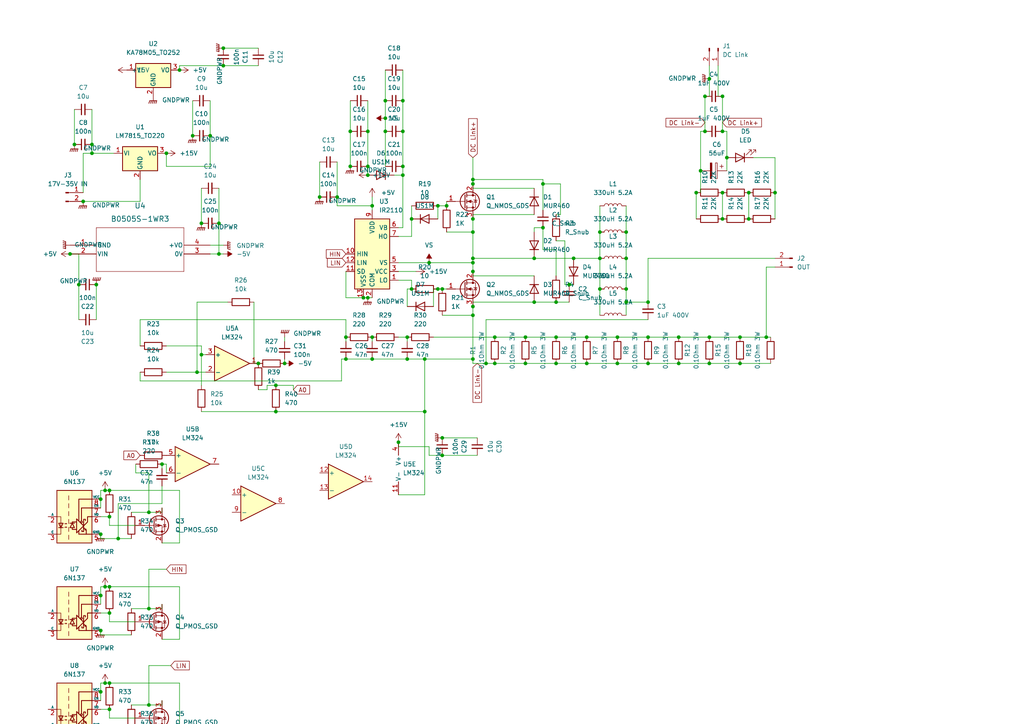
<source format=kicad_sch>
(kicad_sch (version 20211123) (generator eeschema)
  (paper "A4")
  (junction (at 46.99 134.62))
  (junction (at 166.37 74.93))
  (junction (at 210.82 45.72))
  (junction (at 173.99 67.31))
  (junction (at 63.5 73.66))
  (junction (at 106.68 48.26))
  (junction (at 161.29 105.41))
  (junction (at 137.16 104.14))
  (junction (at 157.48 53.34))
  (junction (at 29.21 182.88))
  (junction (at 105.41 86.36))
  (junction (at 187.96 87.63))
  (junction (at 31.75 198.12))
  (junction (at 55.88 39.37))
  (junction (at 209.55 55.88))
  (junction (at 224.79 55.88))
  (junction (at 111.76 34.29))
  (junction (at 116.84 38.1))
  (junction (at 107.95 97.79))
  (junction (at 101.6 48.26))
  (junction (at 34.29 156.21))
  (junction (at 205.74 105.41))
  (junction (at 143.51 97.79))
  (junction (at 204.47 27.94))
  (junction (at 22.86 82.55))
  (junction (at 196.85 97.79))
  (junction (at 140.97 105.41))
  (junction (at 152.4 97.79))
  (junction (at 116.84 48.26))
  (junction (at 127 59.69))
  (junction (at 74.93 105.41))
  (junction (at 127 83.82))
  (junction (at 31.75 142.24))
  (junction (at 209.55 27.94))
  (junction (at 137.16 53.34))
  (junction (at 205.74 22.86))
  (junction (at 137.16 74.93))
  (junction (at 29.21 200.66))
  (junction (at 58.42 102.87))
  (junction (at 58.42 64.77))
  (junction (at 179.07 97.79))
  (junction (at 124.46 76.2))
  (junction (at 80.01 119.38))
  (junction (at 137.16 88.9))
  (junction (at 181.61 83.82))
  (junction (at 214.63 105.41))
  (junction (at 100.33 104.14))
  (junction (at 187.96 97.79))
  (junction (at 48.26 44.45))
  (junction (at 128.27 132.08))
  (junction (at 179.07 105.41))
  (junction (at 31.75 205.74))
  (junction (at 29.21 172.72))
  (junction (at 118.11 104.14))
  (junction (at 128.27 83.82))
  (junction (at 222.25 97.79))
  (junction (at 129.54 59.69))
  (junction (at 30.48 142.24))
  (junction (at 201.93 55.88))
  (junction (at 107.95 59.69))
  (junction (at 137.16 67.31))
  (junction (at 154.94 87.63))
  (junction (at 137.16 63.5))
  (junction (at 173.99 74.93))
  (junction (at 128.27 127))
  (junction (at 157.48 66.04))
  (junction (at 57.15 107.95))
  (junction (at 119.38 83.82))
  (junction (at 209.55 38.1))
  (junction (at 214.63 97.79))
  (junction (at 27.94 82.55))
  (junction (at 24.13 58.42))
  (junction (at 29.21 210.82))
  (junction (at 123.19 119.38))
  (junction (at 31.75 170.18))
  (junction (at 43.18 204.47))
  (junction (at 26.67 44.45))
  (junction (at 204.47 38.1))
  (junction (at 30.48 198.12))
  (junction (at 209.55 63.5))
  (junction (at 106.68 38.1))
  (junction (at 143.51 105.41))
  (junction (at 43.18 176.53))
  (junction (at 115.57 128.27))
  (junction (at 137.16 52.07))
  (junction (at 80.01 111.76))
  (junction (at 106.68 86.36))
  (junction (at 181.61 74.93))
  (junction (at 161.29 87.63))
  (junction (at 118.11 97.79))
  (junction (at 92.71 57.15))
  (junction (at 82.55 105.41))
  (junction (at 116.84 29.21))
  (junction (at 119.38 63.5))
  (junction (at 152.4 105.41))
  (junction (at 106.68 50.8))
  (junction (at 203.2 49.53))
  (junction (at 181.61 87.63))
  (junction (at 21.59 41.91))
  (junction (at 64.77 19.05))
  (junction (at 161.29 97.79))
  (junction (at 52.07 20.32))
  (junction (at 29.21 154.94))
  (junction (at 123.19 104.14))
  (junction (at 64.77 13.97))
  (junction (at 205.74 97.79))
  (junction (at 107.95 104.14))
  (junction (at 137.16 91.44))
  (junction (at 196.85 105.41))
  (junction (at 111.76 38.1))
  (junction (at 60.96 39.37))
  (junction (at 30.48 170.18))
  (junction (at 137.16 78.74))
  (junction (at 173.99 83.82))
  (junction (at 100.33 97.79))
  (junction (at 170.18 105.41))
  (junction (at 165.1 82.55))
  (junction (at 111.76 29.21))
  (junction (at 217.17 55.88))
  (junction (at 170.18 97.79))
  (junction (at 154.94 74.93))
  (junction (at 20.32 73.66))
  (junction (at 31.75 177.8))
  (junction (at 187.96 105.41))
  (junction (at 97.79 57.15))
  (junction (at 137.16 76.2))
  (junction (at 43.18 148.59))
  (junction (at 63.5 64.77))
  (junction (at 217.17 63.5))
  (junction (at 181.61 67.31))
  (junction (at 31.75 149.86))
  (junction (at 101.6 38.1))
  (junction (at 26.67 41.91))
  (junction (at 116.84 50.8))
  (junction (at 29.21 144.78))
  (wire (pts (xy 20.32 73.66) (xy 22.86 73.66)))
  (wire (pts (xy 114.3 50.8) (xy 116.84 50.8)))
  (wire (pts (xy 224.79 45.72) (xy 224.79 55.88)))
  (wire (pts (xy 52.07 213.36) (xy 52.07 198.12)))
  (wire (pts (xy 101.6 29.21) (xy 101.6 38.1)))
  (wire (pts (xy 137.16 87.63) (xy 154.94 87.63)))
  (wire (pts (xy 77.47 113.03) (xy 77.47 111.76)))
  (wire (pts (xy 46.99 213.36) (xy 52.07 213.36)))
  (wire (pts (xy 129.54 67.31) (xy 137.16 67.31)))
  (wire (pts (xy 187.96 87.63) (xy 181.61 87.63)))
  (wire (pts (xy 40.64 100.33) (xy 40.64 92.71)))
  (wire (pts (xy 30.48 170.18) (xy 29.21 170.18)))
  (wire (pts (xy 29.21 205.74) (xy 31.75 205.74)))
  (wire (pts (xy 52.07 198.12) (xy 31.75 198.12)))
  (wire (pts (xy 224.79 77.47) (xy 222.25 77.47)))
  (wire (pts (xy 152.4 97.79) (xy 161.29 97.79)))
  (wire (pts (xy 137.16 67.31) (xy 137.16 74.93)))
  (wire (pts (xy 40.64 58.42) (xy 24.13 58.42)))
  (wire (pts (xy 107.95 59.69) (xy 107.95 60.96)))
  (wire (pts (xy 161.29 80.01) (xy 161.29 72.39)))
  (wire (pts (xy 101.6 38.1) (xy 101.6 48.26)))
  (wire (pts (xy 125.73 88.9) (xy 125.73 83.82)))
  (wire (pts (xy 58.42 100.33) (xy 58.42 102.87)))
  (wire (pts (xy 119.38 68.58) (xy 115.57 68.58)))
  (wire (pts (xy 137.16 74.93) (xy 137.16 76.2)))
  (wire (pts (xy 154.94 74.93) (xy 166.37 74.93)))
  (wire (pts (xy 157.48 53.34) (xy 162.56 53.34)))
  (wire (pts (xy 48.26 165.1) (xy 43.18 165.1)))
  (wire (pts (xy 203.2 55.88) (xy 201.93 55.88)))
  (wire (pts (xy 58.42 54.61) (xy 58.42 64.77)))
  (wire (pts (xy 111.76 34.29) (xy 111.76 38.1)))
  (wire (pts (xy 29.21 198.12) (xy 29.21 200.66)))
  (wire (pts (xy 43.18 165.1) (xy 43.18 176.53)))
  (wire (pts (xy 52.07 185.42) (xy 52.07 170.18)))
  (wire (pts (xy 173.99 59.69) (xy 173.99 67.31)))
  (wire (pts (xy 66.04 87.63) (xy 57.15 87.63)))
  (wire (pts (xy 124.46 76.2) (xy 137.16 76.2)))
  (wire (pts (xy 46.99 140.97) (xy 46.99 146.05)))
  (wire (pts (xy 60.96 39.37) (xy 60.96 48.26)))
  (wire (pts (xy 52.07 19.05) (xy 52.07 20.32)))
  (wire (pts (xy 118.11 83.82) (xy 119.38 83.82)))
  (wire (pts (xy 137.16 88.9) (xy 137.16 91.44)))
  (wire (pts (xy 224.79 55.88) (xy 224.79 63.5)))
  (wire (pts (xy 31.75 180.34) (xy 31.75 177.8)))
  (wire (pts (xy 119.38 63.5) (xy 119.38 68.58)))
  (wire (pts (xy 137.16 52.07) (xy 157.48 52.07)))
  (wire (pts (xy 196.85 105.41) (xy 205.74 105.41)))
  (wire (pts (xy 100.33 97.79) (xy 100.33 99.06)))
  (wire (pts (xy 181.61 83.82) (xy 181.61 87.63)))
  (wire (pts (xy 39.37 152.4) (xy 31.75 152.4)))
  (wire (pts (xy 154.94 80.01) (xy 137.16 80.01)))
  (wire (pts (xy 138.43 132.08) (xy 128.27 132.08)))
  (wire (pts (xy 208.28 19.05) (xy 208.28 27.94)))
  (wire (pts (xy 31.75 170.18) (xy 30.48 170.18)))
  (wire (pts (xy 137.16 105.41) (xy 140.97 105.41)))
  (wire (pts (xy 29.21 172.72) (xy 29.21 175.26)))
  (wire (pts (xy 31.75 152.4) (xy 31.75 149.86)))
  (wire (pts (xy 115.57 143.51) (xy 123.19 143.51)))
  (wire (pts (xy 128.27 83.82) (xy 129.54 83.82)))
  (wire (pts (xy 80.01 119.38) (xy 123.19 119.38)))
  (wire (pts (xy 85.09 111.76) (xy 80.01 111.76)))
  (wire (pts (xy 115.57 97.79) (xy 118.11 97.79)))
  (wire (pts (xy 38.1 212.09) (xy 29.21 212.09)))
  (wire (pts (xy 161.29 62.23) (xy 162.56 62.23)))
  (wire (pts (xy 204.47 27.94) (xy 204.47 38.1)))
  (wire (pts (xy 43.18 176.53) (xy 46.99 176.53)))
  (wire (pts (xy 21.59 31.75) (xy 21.59 41.91)))
  (wire (pts (xy 46.99 146.05) (xy 34.29 146.05)))
  (wire (pts (xy 125.73 83.82) (xy 127 83.82)))
  (wire (pts (xy 106.68 86.36) (xy 107.95 86.36)))
  (wire (pts (xy 165.1 82.55) (xy 166.37 82.55)))
  (wire (pts (xy 38.1 204.47) (xy 43.18 204.47)))
  (wire (pts (xy 116.84 48.26) (xy 116.84 50.8)))
  (wire (pts (xy 137.16 91.44) (xy 137.16 104.14)))
  (wire (pts (xy 22.86 82.55) (xy 22.86 73.66)))
  (wire (pts (xy 123.19 119.38) (xy 123.19 143.51)))
  (wire (pts (xy 29.21 200.66) (xy 29.21 203.2)))
  (wire (pts (xy 205.74 105.41) (xy 214.63 105.41)))
  (wire (pts (xy 127 63.5) (xy 127 59.69)))
  (wire (pts (xy 82.55 104.14) (xy 82.55 105.41)))
  (wire (pts (xy 187.96 97.79) (xy 196.85 97.79)))
  (wire (pts (xy 119.38 83.82) (xy 119.38 81.28)))
  (wire (pts (xy 63.5 64.77) (xy 63.5 73.66)))
  (wire (pts (xy 196.85 97.79) (xy 205.74 97.79)))
  (wire (pts (xy 24.13 44.45) (xy 24.13 55.88)))
  (wire (pts (xy 30.48 198.12) (xy 29.21 198.12)))
  (wire (pts (xy 209.55 63.5) (xy 209.55 55.88)))
  (wire (pts (xy 137.16 62.23) (xy 137.16 63.5)))
  (wire (pts (xy 34.29 156.21) (xy 29.21 156.21)))
  (wire (pts (xy 57.15 87.63) (xy 57.15 107.95)))
  (wire (pts (xy 115.57 129.54) (xy 124.46 129.54)))
  (wire (pts (xy 52.07 19.05) (xy 64.77 19.05)))
  (wire (pts (xy 116.84 38.1) (xy 116.84 48.26)))
  (wire (pts (xy 29.21 156.21) (xy 29.21 154.94)))
  (wire (pts (xy 29.21 184.15) (xy 29.21 182.88)))
  (wire (pts (xy 154.94 67.31) (xy 154.94 66.04)))
  (wire (pts (xy 105.41 86.36) (xy 106.68 86.36)))
  (wire (pts (xy 161.29 97.79) (xy 170.18 97.79)))
  (wire (pts (xy 157.48 53.34) (xy 157.48 52.07)))
  (wire (pts (xy 46.99 157.48) (xy 52.07 157.48)))
  (wire (pts (xy 31.75 198.12) (xy 30.48 198.12)))
  (wire (pts (xy 173.99 74.93) (xy 173.99 83.82)))
  (wire (pts (xy 205.74 22.86) (xy 205.74 27.94)))
  (wire (pts (xy 162.56 53.34) (xy 162.56 62.23)))
  (wire (pts (xy 38.1 148.59) (xy 43.18 148.59)))
  (wire (pts (xy 140.97 105.41) (xy 143.51 105.41)))
  (wire (pts (xy 129.54 59.69) (xy 129.54 58.42)))
  (wire (pts (xy 58.42 102.87) (xy 59.69 102.87)))
  (wire (pts (xy 38.1 184.15) (xy 29.21 184.15)))
  (wire (pts (xy 154.94 87.63) (xy 161.29 87.63)))
  (wire (pts (xy 111.76 38.1) (xy 111.76 48.26)))
  (wire (pts (xy 115.57 128.27) (xy 115.57 129.54)))
  (wire (pts (xy 163.83 82.55) (xy 165.1 82.55)))
  (wire (pts (xy 115.57 76.2) (xy 124.46 76.2)))
  (wire (pts (xy 99.06 110.49) (xy 99.06 104.14)))
  (wire (pts (xy 92.71 46.99) (xy 92.71 57.15)))
  (wire (pts (xy 116.84 50.8) (xy 116.84 66.04)))
  (wire (pts (xy 161.29 69.85) (xy 163.83 69.85)))
  (wire (pts (xy 137.16 52.07) (xy 137.16 53.34)))
  (wire (pts (xy 22.86 92.71) (xy 22.86 82.55)))
  (wire (pts (xy 137.16 78.74) (xy 137.16 80.01)))
  (wire (pts (xy 30.48 142.24) (xy 29.21 142.24)))
  (wire (pts (xy 58.42 119.38) (xy 80.01 119.38)))
  (wire (pts (xy 29.21 177.8) (xy 31.75 177.8)))
  (wire (pts (xy 137.16 45.72) (xy 137.16 52.07)))
  (wire (pts (xy 128.27 91.44) (xy 137.16 91.44)))
  (wire (pts (xy 107.95 97.79) (xy 107.95 99.06)))
  (wire (pts (xy 214.63 97.79) (xy 222.25 97.79)))
  (wire (pts (xy 26.67 44.45) (xy 33.02 44.45)))
  (wire (pts (xy 181.61 87.63) (xy 181.61 91.44)))
  (wire (pts (xy 157.48 72.39) (xy 157.48 66.04)))
  (wire (pts (xy 210.82 38.1) (xy 209.55 38.1)))
  (wire (pts (xy 57.15 107.95) (xy 59.69 107.95)))
  (wire (pts (xy 137.16 54.61) (xy 137.16 53.34)))
  (wire (pts (xy 106.68 48.26) (xy 106.68 50.8)))
  (wire (pts (xy 46.99 134.62) (xy 48.26 134.62)))
  (wire (pts (xy 58.42 111.76) (xy 58.42 102.87)))
  (wire (pts (xy 140.97 92.71) (xy 140.97 105.41)))
  (wire (pts (xy 118.11 88.9) (xy 118.11 83.82)))
  (wire (pts (xy 60.96 48.26) (xy 48.26 48.26)))
  (wire (pts (xy 214.63 105.41) (xy 223.52 105.41)))
  (wire (pts (xy 116.84 29.21) (xy 116.84 38.1)))
  (wire (pts (xy 154.94 54.61) (xy 137.16 54.61)))
  (wire (pts (xy 100.33 92.71) (xy 100.33 97.79)))
  (wire (pts (xy 74.93 13.97) (xy 64.77 13.97)))
  (wire (pts (xy 217.17 63.5) (xy 217.17 55.88)))
  (wire (pts (xy 40.64 52.07) (xy 40.64 58.42)))
  (wire (pts (xy 127 59.69) (xy 129.54 59.69)))
  (wire (pts (xy 111.76 20.32) (xy 111.76 29.21)))
  (wire (pts (xy 39.37 134.62) (xy 39.37 137.16)))
  (wire (pts (xy 82.55 97.79) (xy 82.55 99.06)))
  (wire (pts (xy 99.06 104.14) (xy 100.33 104.14)))
  (wire (pts (xy 64.77 73.66) (xy 63.5 73.66)))
  (wire (pts (xy 73.66 87.63) (xy 73.66 105.41)))
  (wire (pts (xy 106.68 29.21) (xy 106.68 38.1)))
  (wire (pts (xy 27.94 92.71) (xy 27.94 82.55)))
  (wire (pts (xy 173.99 83.82) (xy 173.99 91.44)))
  (wire (pts (xy 60.96 29.21) (xy 60.96 39.37)))
  (wire (pts (xy 39.37 208.28) (xy 31.75 208.28)))
  (wire (pts (xy 43.18 137.16) (xy 43.18 148.59)))
  (wire (pts (xy 123.19 104.14) (xy 137.16 104.14)))
  (wire (pts (xy 161.29 105.41) (xy 170.18 105.41)))
  (wire (pts (xy 157.48 60.96) (xy 157.48 53.34)))
  (wire (pts (xy 138.43 127) (xy 128.27 127)))
  (wire (pts (xy 40.64 92.71) (xy 100.33 92.71)))
  (wire (pts (xy 118.11 97.79) (xy 118.11 99.06)))
  (wire (pts (xy 63.5 54.61) (xy 63.5 64.77)))
  (wire (pts (xy 143.51 97.79) (xy 152.4 97.79)))
  (wire (pts (xy 52.07 157.48) (xy 52.07 142.24)))
  (wire (pts (xy 100.33 86.36) (xy 105.41 86.36)))
  (wire (pts (xy 203.2 49.53) (xy 203.2 38.1)))
  (wire (pts (xy 31.75 208.28) (xy 31.75 205.74)))
  (wire (pts (xy 209.55 27.94) (xy 209.55 38.1)))
  (wire (pts (xy 116.84 20.32) (xy 116.84 29.21)))
  (wire (pts (xy 29.21 149.86) (xy 31.75 149.86)))
  (wire (pts (xy 181.61 67.31) (xy 181.61 74.93)))
  (wire (pts (xy 137.16 74.93) (xy 154.94 74.93)))
  (wire (pts (xy 48.26 137.16) (xy 48.26 134.62)))
  (wire (pts (xy 38.1 156.21) (xy 34.29 156.21)))
  (wire (pts (xy 179.07 97.79) (xy 187.96 97.79)))
  (wire (pts (xy 163.83 69.85) (xy 163.83 82.55)))
  (wire (pts (xy 119.38 59.69) (xy 119.38 63.5)))
  (wire (pts (xy 161.29 87.63) (xy 165.1 87.63)))
  (wire (pts (xy 107.95 57.15) (xy 107.95 59.69)))
  (wire (pts (xy 40.64 110.49) (xy 99.06 110.49)))
  (wire (pts (xy 29.21 142.24) (xy 29.21 144.78)))
  (wire (pts (xy 203.2 49.53) (xy 203.2 55.88)))
  (wire (pts (xy 118.11 104.14) (xy 123.19 104.14)))
  (wire (pts (xy 73.66 105.41) (xy 74.93 105.41)))
  (wire (pts (xy 46.99 204.47) (xy 46.99 203.2)))
  (wire (pts (xy 31.75 142.24) (xy 30.48 142.24)))
  (wire (pts (xy 106.68 38.1) (xy 106.68 48.26)))
  (wire (pts (xy 43.18 193.04) (xy 43.18 204.47)))
  (wire (pts (xy 179.07 105.41) (xy 187.96 105.41)))
  (wire (pts (xy 137.16 87.63) (xy 137.16 88.9)))
  (wire (pts (xy 187.96 74.93) (xy 187.96 87.63)))
  (wire (pts (xy 29.21 170.18) (xy 29.21 172.72)))
  (wire (pts (xy 115.57 78.74) (xy 120.65 78.74)))
  (wire (pts (xy 201.93 63.5) (xy 201.93 55.88)))
  (wire (pts (xy 125.73 97.79) (xy 143.51 97.79)))
  (wire (pts (xy 218.44 45.72) (xy 224.79 45.72)))
  (wire (pts (xy 111.76 29.21) (xy 111.76 34.29)))
  (wire (pts (xy 97.79 46.99) (xy 97.79 57.15)))
  (wire (pts (xy 210.82 49.53) (xy 210.82 45.72)))
  (wire (pts (xy 208.28 27.94) (xy 209.55 27.94)))
  (wire (pts (xy 181.61 59.69) (xy 181.61 67.31)))
  (wire (pts (xy 48.26 44.45) (xy 48.26 48.26)))
  (wire (pts (xy 29.21 144.78) (xy 29.21 147.32)))
  (wire (pts (xy 137.16 104.14) (xy 137.16 105.41)))
  (wire (pts (xy 39.37 180.34) (xy 31.75 180.34)))
  (wire (pts (xy 26.67 31.75) (xy 26.67 41.91)))
  (wire (pts (xy 55.88 29.21) (xy 55.88 39.37)))
  (wire (pts (xy 222.25 77.47) (xy 222.25 97.79)))
  (wire (pts (xy 26.67 41.91) (xy 26.67 44.45)))
  (wire (pts (xy 224.79 74.93) (xy 187.96 74.93)))
  (wire (pts (xy 203.2 38.1) (xy 204.47 38.1)))
  (wire (pts (xy 97.79 57.15) (xy 97.79 59.69)))
  (wire (pts (xy 124.46 132.08) (xy 128.27 132.08)))
  (wire (pts (xy 52.07 170.18) (xy 31.75 170.18)))
  (wire (pts (xy 143.51 105.41) (xy 152.4 105.41)))
  (wire (pts (xy 205.74 97.79) (xy 214.63 97.79)))
  (wire (pts (xy 124.46 129.54) (xy 124.46 132.08)))
  (wire (pts (xy 24.13 44.45) (xy 26.67 44.45)))
  (wire (pts (xy 107.95 104.14) (xy 118.11 104.14)))
  (wire (pts (xy 123.19 104.14) (xy 123.19 119.38)))
  (wire (pts (xy 34.29 146.05) (xy 34.29 156.21)))
  (wire (pts (xy 38.1 176.53) (xy 43.18 176.53)))
  (wire (pts (xy 77.47 111.76) (xy 80.01 111.76)))
  (wire (pts (xy 154.94 62.23) (xy 137.16 62.23)))
  (wire (pts (xy 205.74 19.05) (xy 205.74 22.86)))
  (wire (pts (xy 137.16 76.2) (xy 137.16 78.74)))
  (wire (pts (xy 154.94 66.04) (xy 157.48 66.04)))
  (wire (pts (xy 170.18 105.41) (xy 179.07 105.41)))
  (wire (pts (xy 205.74 27.94) (xy 204.47 27.94)))
  (wire (pts (xy 173.99 74.93) (xy 166.37 74.93)))
  (wire (pts (xy 222.25 97.79) (xy 223.52 97.79)))
  (wire (pts (xy 74.93 19.05) (xy 64.77 19.05)))
  (wire (pts (xy 187.96 105.41) (xy 196.85 105.41)))
  (wire (pts (xy 170.18 97.79) (xy 179.07 97.79)))
  (wire (pts (xy 31.75 142.24) (xy 52.07 142.24)))
  (wire (pts (xy 46.99 134.62) (xy 46.99 135.89)))
  (wire (pts (xy 46.99 185.42) (xy 52.07 185.42)))
  (wire (pts (xy 48.26 107.95) (xy 57.15 107.95)))
  (wire (pts (xy 100.33 104.14) (xy 107.95 104.14)))
  (wire (pts (xy 43.18 204.47) (xy 46.99 204.47)))
  (wire (pts (xy 187.96 92.71) (xy 140.97 92.71)))
  (wire (pts (xy 46.99 176.53) (xy 46.99 175.26)))
  (wire (pts (xy 173.99 67.31) (xy 173.99 74.93)))
  (wire (pts (xy 100.33 78.74) (xy 100.33 86.36)))
  (wire (pts (xy 63.5 73.66) (xy 60.96 73.66)))
  (wire (pts (xy 181.61 74.93) (xy 181.61 83.82)))
  (wire (pts (xy 43.18 137.16) (xy 39.37 137.16)))
  (wire (pts (xy 127 83.82) (xy 128.27 83.82)))
  (wire (pts (xy 137.16 63.5) (xy 137.16 67.31)))
  (wire (pts (xy 210.82 45.72) (xy 210.82 38.1)))
  (wire (pts (xy 97.79 59.69) (xy 107.95 59.69)))
  (wire (pts (xy 116.84 66.04) (xy 115.57 66.04)))
  (wire (pts (xy 60.96 71.12) (xy 64.77 71.12)))
  (wire (pts (xy 48.26 100.33) (xy 58.42 100.33)))
  (wire (pts (xy 161.29 72.39) (xy 157.48 72.39)))
  (wire (pts (xy 74.93 113.03) (xy 77.47 113.03)))
  (wire (pts (xy 152.4 105.41) (xy 161.29 105.41)))
  (wire (pts (xy 43.18 193.04) (xy 49.53 193.04)))
  (wire (pts (xy 119.38 81.28) (xy 115.57 81.28)))
  (wire (pts (xy 40.64 107.95) (xy 40.64 110.49)))
  (wire (pts (xy 85.09 113.03) (xy 85.09 111.76)))
  (wire (pts (xy 46.99 148.59) (xy 46.99 147.32)))
  (wire (pts (xy 29.21 212.09) (xy 29.21 210.82)))
  (wire (pts (xy 43.18 148.59) (xy 46.99 148.59)))
  (global_label "A0" (shape input) (at 85.09 113.03 0) (property "Intersheet References" "${INTERSHEET_REFS}" (effects hide)))
  (global_label "DC Link-" (shape input) (at 138.43 105.41 270) (property "Intersheet References" "${INTERSHEET_REFS}" (effects hide)))
  (global_label "HIN" (shape input) (at 100.33 73.66 180) (property "Intersheet References" "${INTERSHEET_REFS}" (effects hide)))
  (global_label "HIN" (shape input) (at 48.26 165.1 0) (property "Intersheet References" "${INTERSHEET_REFS}" (effects hide)))
  (global_label "LIN" (shape input) (at 100.33 76.2 180) (property "Intersheet References" "${INTERSHEET_REFS}" (effects hide)))
  (global_label "DC Link-" (shape input) (at 204.47 35.56 180) (property "Intersheet References" "${INTERSHEET_REFS}" (effects hide)))
  (global_label "DC Link+" (shape input) (at 137.16 45.72 90) (property "Intersheet References" "${INTERSHEET_REFS}" (effects hide)))
  (global_label "LIN" (shape input) (at 49.53 193.04 0) (property "Intersheet References" "${INTERSHEET_REFS}" (effects hide)))
  (global_label "DC Link+" (shape input) (at 209.55 35.56 0) (property "Intersheet References" "${INTERSHEET_REFS}" (effects hide)))
  (global_label "A0" (shape input) (at 40.64 132.08 180) (property "Intersheet References" "${INTERSHEET_REFS}" (effects hide)))
  (symbol (lib_id "Device:R") (at 80.01 115.57 180) (unit 1)
    (property "Reference" "R40" (at 82.55 114.2999 0) (effects (justify right)))
    (property "Value" "470" (at 82.55 116.8399 0) (effects (justify right)))
    (property "Footprint" "Resistor_SMD:R_0805_2012Metric_Pad1.20x1.40mm_HandSolder" (effects hide))
  )
  (symbol (lib_id "Device:C_Small") (at 165.1 85.09 0) (unit 1)
    (property "Reference" "C2" (at 167.64 83.8262 0) (effects (justify left)))
    (property "Value" "C_Snub" (at 167.64 86.3662 0) (effects (justify left)))
    (property "Footprint" "Capacitor_THT:C_Rect_L24.0mm_W8.3mm_P22.50mm_MKT" (effects hide))
  )
  (symbol (lib_id "power:+5V") (at 52.07 20.32 270) (unit 1)
    (property "Reference" "#PWR0109" (effects hide))
    (property "Value" "+5V" (at 55.88 20.3199 90) (effects (justify left)))
  )
  (symbol (lib_id "Device:R") (at 128.27 87.63 0) (unit 1)
    (property "Reference" "R21" (at 130.81 86.3599 0) (effects (justify left)))
    (property "Value" "1K" (at 130.81 88.8999 0) (effects (justify left)))
    (property "Footprint" "Resistor_SMD:R_0805_2012Metric_Pad1.20x1.40mm_HandSolder" (effects hide))
  )
  (symbol (lib_id "power:GNDPWR") (at 29.21 210.82 0) (unit 1)
    (property "Reference" "#PWR0132" (effects hide))
    (property "Value" "GNDPWR" (at 29.083 215.9 0))
  )
  (symbol (lib_id "power:GNDPWR") (at 205.74 22.86 270) (unit 1)
    (property "Reference" "#PWR0101" (effects hide))
    (property "Value" "GNDPWR" (at 201.93 22.7329 90) (effects (justify right)))
  )
  (symbol (lib_id "Device:C_Small") (at 114.3 29.21 90) (unit 1)
    (property "Reference" "C19" (at 114.3063 22.86 90))
    (property "Value" "10u" (at 114.3063 25.4 90))
    (property "Footprint" "Capacitor_SMD:C_1206_3216Metric_Pad1.33x1.80mm_HandSolder" (effects hide))
  )
  (symbol (lib_id "Device:C_Small") (at 104.14 48.26 90) (unit 1)
    (property "Reference" "C17" (at 104.1463 41.91 90))
    (property "Value" "100n" (at 104.1463 44.45 90))
    (property "Footprint" "Capacitor_SMD:C_0805_2012Metric_Pad1.18x1.45mm_HandSolder" (effects hide))
  )
  (symbol (lib_id "Device:C_Small") (at 58.42 39.37 90) (unit 1)
    (property "Reference" "C10" (at 58.4263 33.02 90))
    (property "Value" "100n" (at 58.4263 35.56 90))
    (property "Footprint" "Capacitor_SMD:C_0805_2012Metric_Pad1.18x1.45mm_HandSolder" (effects hide))
  )
  (symbol (lib_id "Device:C_Small") (at 118.11 101.6 180) (unit 1)
    (property "Reference" "C28" (at 120.65 100.3235 0) (effects (justify right)))
    (property "Value" "47n" (at 120.65 102.8635 0) (effects (justify right)))
    (property "Footprint" "Capacitor_SMD:C_0805_2012Metric_Pad1.18x1.45mm_HandSolder" (effects hide))
  )
  (symbol (lib_id "Device:C_Small") (at 46.99 138.43 0) (mirror x) (unit 1)
    (property "Reference" "C32" (at 44.45 137.1535 0) (effects (justify right)))
    (property "Value" "47n" (at 44.45 139.6935 0) (effects (justify right)))
    (property "Footprint" "Capacitor_SMD:C_0805_2012Metric_Pad1.18x1.45mm_HandSolder" (effects hide))
  )
  (symbol (lib_id "Device:R") (at 161.29 101.6 180) (unit 1)
    (property "Reference" "R5" (at 154.94 101.6 90))
    (property "Value" "0.1Ohm 3W" (at 157.48 101.6 90))
    (property "Footprint" "Resistor_SMD:R_2512_6332Metric_Pad1.40x3.35mm_HandSolder" (effects hide))
  )
  (symbol (lib_id "power:+15V") (at 120.65 78.74 270) (unit 1)
    (property "Reference" "#PWR0102" (effects hide))
    (property "Value" "+15V" (at 124.46 78.7399 90) (effects (justify left)))
  )
  (symbol (lib_id "Device:C_Small") (at 107.95 101.6 180) (unit 1)
    (property "Reference" "C27" (at 110.49 100.3235 0) (effects (justify right)))
    (property "Value" "47n" (at 110.49 102.8635 0) (effects (justify right)))
    (property "Footprint" "Capacitor_SMD:C_0805_2012Metric_Pad1.18x1.45mm_HandSolder" (effects hide))
  )
  (symbol (lib_id "Device:R") (at 123.19 83.82 90) (unit 1)
    (property "Reference" "R20" (at 123.19 77.47 90))
    (property "Value" "10" (at 123.19 80.01 90))
    (property "Footprint" "Resistor_SMD:R_0805_2012Metric_Pad1.20x1.40mm_HandSolder" (effects hide))
  )
  (symbol (lib_id "Device:R") (at 213.36 55.88 90) (unit 1)
    (property "Reference" "R13" (at 212.0899 53.34 0) (effects (justify left)))
    (property "Value" "22K" (at 214.6299 53.34 0) (effects (justify left)))
    (property "Footprint" "Resistor_SMD:R_1206_3216Metric_Pad1.30x1.75mm_HandSolder" (effects hide))
  )
  (symbol (lib_id "Device:C_Small") (at 138.43 129.54 0) (unit 1)
    (property "Reference" "C30" (at 144.78 129.5463 90))
    (property "Value" "10u" (at 142.24 129.5463 90))
    (property "Footprint" "Capacitor_SMD:C_1206_3216Metric_Pad1.33x1.80mm_HandSolder" (effects hide))
  )
  (symbol (lib_id "power:VS") (at 124.46 76.2 0) (unit 1)
    (property "Reference" "#PWR0103" (effects hide))
    (property "Value" "VS" (at 124.46 71.12 0))
  )
  (symbol (lib_id "Device:R") (at 111.76 97.79 90) (unit 1)
    (property "Reference" "R29" (at 111.76 91.44 90))
    (property "Value" "220" (at 111.76 93.98 90))
    (property "Footprint" "Resistor_SMD:R_0805_2012Metric_Pad1.20x1.40mm_HandSolder" (effects hide))
  )
  (symbol (lib_id "Device:R") (at 152.4 101.6 180) (unit 1)
    (property "Reference" "R2" (at 146.05 101.6 90))
    (property "Value" "0.1Ohm 3W" (at 148.59 101.6 90))
    (property "Footprint" "Resistor_SMD:R_2512_6332Metric_Pad1.40x3.35mm_HandSolder" (effects hide))
  )
  (symbol (lib_id "Device:D") (at 154.94 83.82 270) (unit 1)
    (property "Reference" "D3" (at 157.48 82.5499 90) (effects (justify left)))
    (property "Value" "MUR460" (at 157.48 85.0899 90) (effects (justify left)))
    (property "Footprint" "Diode_THT:D_DO-201AE_P15.24mm_Horizontal" (effects hide))
  )
  (symbol (lib_id "Device:Q_PMOS_GSD") (at 44.45 180.34 0) (unit 1)
    (property "Reference" "Q4" (at 50.8 179.0699 0) (effects (justify left)))
    (property "Value" "Q_PMOS_GSD" (at 50.8 181.6099 0) (effects (justify left)))
    (property "Footprint" "Package_TO_SOT_SMD:SOT-23" (effects hide))
  )
  (symbol (lib_id "Device:C_Small") (at 114.3 48.26 90) (unit 1)
    (property "Reference" "C21" (at 114.3063 41.91 90))
    (property "Value" "100n" (at 114.3063 44.45 90))
    (property "Footprint" "Capacitor_SMD:C_0805_2012Metric_Pad1.18x1.45mm_HandSolder" (effects hide))
  )
  (symbol (lib_id "Device:C_Small") (at 157.48 63.5 0) (unit 1)
    (property "Reference" "C1" (at 160.02 62.2362 0) (effects (justify left)))
    (property "Value" "C_Snub" (at 160.02 64.7762 0) (effects (justify left)))
    (property "Footprint" "Capacitor_THT:C_Rect_L24.0mm_W8.3mm_P22.50mm_MKT" (effects hide))
  )
  (symbol (lib_id "Device:C_Small") (at 207.01 38.1 90) (unit 1)
    (property "Reference" "C5" (at 207.0163 31.75 90))
    (property "Value" "1uF 400V" (at 207.0163 34.29 90))
    (property "Footprint" "Capacitor_THT:C_Rect_L24.0mm_W8.3mm_P22.50mm_MKT" (effects hide))
  )
  (symbol (lib_id "power:+5V") (at 20.32 73.66 90) (unit 1)
    (property "Reference" "#PWR0119" (effects hide))
    (property "Value" "+5V" (at 16.51 73.6599 90) (effects (justify left)))
  )
  (symbol (lib_id "power:GNDPWR") (at 21.59 41.91 0) (unit 1)
    (property "Reference" "#PWR0105" (effects hide))
    (property "Value" "GNDPWR" (at 24.13 42.9767 0) (effects (justify left)))
  )
  (symbol (lib_id "Device:L") (at 177.8 59.69 90) (unit 1)
    (property "Reference" "L1" (at 177.8 53.34 90))
    (property "Value" "330uH 5.2A" (at 177.8 55.88 90))
    (property "Footprint" "Inductor_THT:L_Toroid_Vertical_L33.0mm_W17.8mm_P12.70mm_Pulse_KM-5" (effects hide))
  )
  (symbol (lib_id "Device:D") (at 121.92 88.9 0) (unit 1)
    (property "Reference" "D7" (at 121.92 82.55 0))
    (property "Value" "US1M" (at 121.92 85.09 0))
    (property "Footprint" "Diode_SMD:D_SMA-SMB_Universal_Handsoldering" (effects hide))
  )
  (symbol (lib_id "Device:C_Small") (at 25.4 92.71 270) (unit 1)
    (property "Reference" "C23" (at 25.3937 99.06 90))
    (property "Value" "10u" (at 25.3937 96.52 90))
    (property "Footprint" "Capacitor_SMD:C_1206_3216Metric_Pad1.33x1.80mm_HandSolder" (effects hide))
  )
  (symbol (lib_id "Amplifier_Operational:LM324") (at 74.93 146.05 0) (unit 3)
    (property "Reference" "U5" (at 74.93 135.89 0))
    (property "Value" "LM324" (at 74.93 138.43 0))
    (property "Footprint" "Package_SO:SOIC-14_3.9x8.7mm_P1.27mm" (effects hide))
    (property "Datasheet" "http://www.ti.com/lit/ds/symlink/lm2902-n.pdf" (effects hide))
  )
  (symbol (lib_id "power:+15V") (at 106.68 50.8 90) (unit 1)
    (property "Reference" "#PWR0116" (effects hide))
    (property "Value" "+15V" (at 107.95 50.7999 90) (effects (justify right)))
  )
  (symbol (lib_id "Device:R") (at 31.75 173.99 0) (unit 1)
    (property "Reference" "R32" (at 34.29 172.7199 0) (effects (justify left)))
    (property "Value" "470" (at 34.29 175.2599 0) (effects (justify left)))
    (property "Footprint" "Resistor_SMD:R_0805_2012Metric_Pad1.20x1.40mm_HandSolder" (effects hide))
  )
  (symbol (lib_id "Device:R") (at 44.45 100.33 90) (unit 1)
    (property "Reference" "R23" (at 44.45 93.98 90))
    (property "Value" "10k" (at 44.45 96.52 90))
    (property "Footprint" "Resistor_SMD:R_0805_2012Metric_Pad1.20x1.40mm_HandSolder" (effects hide))
  )
  (symbol (lib_id "power:+5V") (at 30.48 142.24 0) (unit 1)
    (property "Reference" "#PWR0133" (effects hide))
    (property "Value" "+5V" (at 30.48 137.16 0))
  )
  (symbol (lib_id "Device:C_Small") (at 114.3 38.1 90) (unit 1)
    (property "Reference" "C20" (at 114.3063 31.75 90))
    (property "Value" "10u" (at 114.3063 34.29 90))
    (property "Footprint" "Capacitor_SMD:C_1206_3216Metric_Pad1.33x1.80mm_HandSolder" (effects hide))
  )
  (symbol (lib_id "power:GNDPWR") (at 82.55 97.79 180) (unit 1)
    (property "Reference" "#PWR0127" (effects hide))
    (property "Value" "GNDPWR" (at 85.09 96.7231 0) (effects (justify right)))
  )
  (symbol (lib_id "Device:R") (at 161.29 66.04 180) (unit 1)
    (property "Reference" "R3" (at 163.83 64.7699 0) (effects (justify right)))
    (property "Value" "R_Snub" (at 163.83 67.3099 0) (effects (justify right)))
    (property "Footprint" "Resistor_THT:R_Box_L26.0mm_W5.0mm_P20.00mm" (effects hide))
  )
  (symbol (lib_id "power:GNDPWR") (at 44.45 27.94 0) (unit 1)
    (property "Reference" "#PWR0108" (effects hide))
    (property "Value" "GNDPWR" (at 46.99 29.0067 0) (effects (justify left)))
  )
  (symbol (lib_id "Device:R") (at 38.1 180.34 0) (unit 1)
    (property "Reference" "R35" (at 40.64 179.0699 0) (effects (justify left)))
    (property "Value" "470" (at 40.64 181.6099 0) (effects (justify left)))
    (property "Footprint" "Resistor_SMD:R_0805_2012Metric_Pad1.20x1.40mm_HandSolder" (effects hide))
  )
  (symbol (lib_id "Isolator:6N137") (at 21.59 177.8 0) (unit 1)
    (property "Reference" "U7" (at 21.59 165.1 0))
    (property "Value" "6N137" (at 21.59 167.64 0))
    (property "Footprint" "Package_DIP:DIP-8_W7.62mm" (effects hide))
    (property "Datasheet" "https://docs.broadcom.com/docs/AV02-0940EN" (effects hide))
  )
  (symbol (lib_id "Isolator:6N137") (at 21.59 149.86 0) (unit 1)
    (property "Reference" "U6" (at 21.59 137.16 0))
    (property "Value" "6N137" (at 21.59 139.7 0))
    (property "Footprint" "Package_DIP:DIP-8_W7.62mm" (effects hide))
    (property "Datasheet" "https://docs.broadcom.com/docs/AV02-0940EN" (effects hide))
  )
  (symbol (lib_id "Device:R") (at 205.74 101.6 180) (unit 1)
    (property "Reference" "R12" (at 199.39 101.6 90))
    (property "Value" "0.1Ohm 3W" (at 201.93 101.6 90))
    (property "Footprint" "Resistor_SMD:R_2512_6332Metric_Pad1.40x3.35mm_HandSolder" (effects hide))
  )
  (symbol (lib_id "power:+15V") (at 48.26 44.45 270) (unit 1)
    (property "Reference" "#PWR0110" (effects hide))
    (property "Value" "+15V" (at 52.07 44.4499 90) (effects (justify left)))
  )
  (symbol (lib_id "B0505S-1WR3:B0505S-1WR3") (at 20.32 71.12 0) (unit 1)
    (property "Reference" "U4" (at 40.64 59.69 0) (effects (font (size 1.524 1.524))))
    (property "Value" "B0505S-1WR3" (at 40.64 63.5 0) (effects (font (size 1.524 1.524))))
    (property "Footprint" "B0505S-1WR3:B0505S_MNS" (effects hide))
    (property "Datasheet" "B0505S-1WR3" (effects hide))
  )
  (symbol (lib_id "Driver_FET:IR2110") (at 107.95 73.66 0) (unit 1)
    (property "Reference" "U3" (at 109.9694 58.42 0) (effects (justify left)))
    (property "Value" "IR2110" (at 109.9694 60.96 0) (effects (justify left)))
    (property "Footprint" "Package_DIP:DIP-14_W7.62mm" (effects hide))
    (property "Datasheet" "https://www.infineon.com/dgdl/ir2110.pdf?fileId=5546d462533600a4015355c80333167e" (effects hide))
  )
  (symbol (lib_id "Device:R") (at 104.14 97.79 90) (unit 1)
    (property "Reference" "R28" (at 104.14 91.44 90))
    (property "Value" "220" (at 104.14 93.98 90))
    (property "Footprint" "Resistor_SMD:R_0805_2012Metric_Pad1.20x1.40mm_HandSolder" (effects hide))
  )
  (symbol (lib_id "Device:D") (at 154.94 71.12 90) (unit 1)
    (property "Reference" "D2" (at 157.48 69.8499 90) (effects (justify right)))
    (property "Value" "MUR460" (at 157.48 72.3899 90) (effects (justify right)))
    (property "Footprint" "Diode_THT:D_DO-201AE_P15.24mm_Horizontal" (effects hide))
  )
  (symbol (lib_id "Device:LED") (at 214.63 45.72 180) (unit 1)
    (property "Reference" "D5" (at 216.2175 38.1 0))
    (property "Value" "LED" (at 216.2175 40.64 0))
    (property "Footprint" "Diode_SMD:D_0805_2012Metric_Pad1.15x1.40mm_HandSolder" (effects hide))
  )
  (symbol (lib_id "Device:R") (at 31.75 201.93 0) (unit 1)
    (property "Reference" "R33" (at 34.29 200.6599 0) (effects (justify left)))
    (property "Value" "470" (at 34.29 203.1999 0) (effects (justify left)))
    (property "Footprint" "Resistor_SMD:R_0805_2012Metric_Pad1.20x1.40mm_HandSolder" (effects hide))
  )
  (symbol (lib_id "Isolator:6N137") (at 21.59 205.74 0) (unit 1)
    (property "Reference" "U8" (at 21.59 193.04 0))
    (property "Value" "6N137" (at 21.59 195.58 0))
    (property "Footprint" "Package_DIP:DIP-8_W7.62mm" (effects hide))
    (property "Datasheet" "https://docs.broadcom.com/docs/AV02-0940EN" (effects hide))
  )
  (symbol (lib_id "power:GNDPWR") (at 92.71 57.15 0) (unit 1)
    (property "Reference" "#PWR0114" (effects hide))
    (property "Value" "GNDPWR" (at 95.25 58.2167 0) (effects (justify left)))
  )
  (symbol (lib_id "Device:C_Small") (at 60.96 54.61 90) (unit 1)
    (property "Reference" "C24" (at 60.9663 48.26 90))
    (property "Value" "10u" (at 60.9663 50.8 90))
    (property "Footprint" "Capacitor_SMD:C_1206_3216Metric_Pad1.33x1.80mm_HandSolder" (effects hide))
  )
  (symbol (lib_id "Device:R") (at 205.74 55.88 90) (unit 1)
    (property "Reference" "R10" (at 204.4699 53.34 0) (effects (justify left)))
    (property "Value" "22K" (at 207.0099 53.34 0) (effects (justify left)))
    (property "Footprint" "Resistor_SMD:R_1206_3216Metric_Pad1.30x1.75mm_HandSolder" (effects hide))
  )
  (symbol (lib_id "Device:C_Small") (at 25.4 82.55 270) (unit 1)
    (property "Reference" "C22" (at 25.3937 88.9 90))
    (property "Value" "100n" (at 25.3937 86.36 90))
    (property "Footprint" "Capacitor_SMD:C_0805_2012Metric_Pad1.18x1.45mm_HandSolder" (effects hide))
  )
  (symbol (lib_id "Device:R") (at 69.85 87.63 270) (unit 1)
    (property "Reference" "R26" (at 69.85 81.28 90))
    (property "Value" "10k" (at 69.85 83.82 90))
    (property "Footprint" "Resistor_SMD:R_0805_2012Metric_Pad1.20x1.40mm_HandSolder" (effects hide))
  )
  (symbol (lib_id "Device:C_Small") (at 128.27 129.54 0) (unit 1)
    (property "Reference" "C29" (at 134.62 129.5463 90))
    (property "Value" "100n" (at 132.08 129.5463 90))
    (property "Footprint" "Capacitor_SMD:C_0805_2012Metric_Pad1.18x1.45mm_HandSolder" (effects hide))
  )
  (symbol (lib_id "Device:R") (at 44.45 132.08 270) (unit 1)
    (property "Reference" "R38" (at 44.45 125.73 90))
    (property "Value" "10k" (at 44.45 128.27 90))
    (property "Footprint" "Resistor_SMD:R_0805_2012Metric_Pad1.20x1.40mm_HandSolder" (effects hide))
  )
  (symbol (lib_id "power:GNDPWR") (at 29.21 182.88 0) (unit 1)
    (property "Reference" "#PWR0130" (effects hide))
    (property "Value" "GNDPWR" (at 29.083 187.96 0))
  )
  (symbol (lib_id "Device:R") (at 38.1 208.28 0) (unit 1)
    (property "Reference" "R36" (at 40.64 207.0099 0) (effects (justify left)))
    (property "Value" "470" (at 40.64 209.5499 0) (effects (justify left)))
    (property "Footprint" "Resistor_SMD:R_0805_2012Metric_Pad1.20x1.40mm_HandSolder" (effects hide))
  )
  (symbol (lib_id "power:-5V") (at 64.77 73.66 270) (unit 1)
    (property "Reference" "#PWR0126" (effects hide))
    (property "Value" "-5V" (at 68.58 73.6599 90) (effects (justify left)))
  )
  (symbol (lib_id "Device:R") (at 31.75 146.05 0) (unit 1)
    (property "Reference" "R31" (at 34.29 144.7799 0) (effects (justify left)))
    (property "Value" "470" (at 34.29 147.3199 0) (effects (justify left)))
    (property "Footprint" "Resistor_SMD:R_0805_2012Metric_Pad1.20x1.40mm_HandSolder" (effects hide))
  )
  (symbol (lib_id "power:+5V") (at 30.48 170.18 0) (unit 1)
    (property "Reference" "#PWR0129" (effects hide))
    (property "Value" "+5V" (at 30.48 165.1 0))
  )
  (symbol (lib_id "Connector:Conn_01x02_Male") (at 208.28 13.97 270) (unit 1)
    (property "Reference" "J1" (at 209.55 13.3349 90) (effects (justify left)))
    (property "Value" "DC Link" (at 209.55 15.8749 90) (effects (justify left)))
    (property "Footprint" "Connector_Phoenix_MC_HighVoltage:PhoenixContact_MCV_1,5_2-G-5.08_1x02_P5.08mm_Vertical" (effects hide))
  )
  (symbol (lib_id "power:GNDPWR") (at 27.94 82.55 180) (unit 1)
    (property "Reference" "#PWR0120" (effects hide))
    (property "Value" "GNDPWR" (at 25.4 81.4833 0) (effects (justify left)))
  )
  (symbol (lib_id "power:GNDPWR") (at 64.77 13.97 270) (unit 1)
    (property "Reference" "#PWR0112" (effects hide))
    (property "Value" "GNDPWR" (at 63.7033 16.51 0) (effects (justify left)))
  )
  (symbol (lib_id "Device:Q_PMOS_GSD") (at 44.45 152.4 0) (unit 1)
    (property "Reference" "Q3" (at 50.8 151.1299 0) (effects (justify left)))
    (property "Value" "Q_PMOS_GSD" (at 50.8 153.6699 0) (effects (justify left)))
    (property "Footprint" "Package_TO_SOT_SMD:SOT-23" (effects hide))
  )
  (symbol (lib_id "power:+5V") (at 30.48 198.12 0) (unit 1)
    (property "Reference" "#PWR0131" (effects hide))
    (property "Value" "+5V" (at 30.48 193.04 0))
  )
  (symbol (lib_id "Device:R") (at 196.85 101.6 180) (unit 1)
    (property "Reference" "R9" (at 190.5 101.6 90))
    (property "Value" "0.1Ohm 3W" (at 193.04 101.6 90))
    (property "Footprint" "Resistor_SMD:R_2512_6332Metric_Pad1.40x3.35mm_HandSolder" (effects hide))
  )
  (symbol (lib_id "Device:C_Small") (at 95.25 46.99 90) (unit 1)
    (property "Reference" "C13" (at 95.2563 40.64 90))
    (property "Value" "10u" (at 95.2563 43.18 90))
    (property "Footprint" "Capacitor_SMD:C_1206_3216Metric_Pad1.33x1.80mm_HandSolder" (effects hide))
  )
  (symbol (lib_id "Device:C_Small") (at 64.77 16.51 0) (unit 1)
    (property "Reference" "C11" (at 71.12 16.5163 90))
    (property "Value" "100n" (at 68.58 16.5163 90))
    (property "Footprint" "Capacitor_SMD:C_0805_2012Metric_Pad1.18x1.45mm_HandSolder" (effects hide))
  )
  (symbol (lib_id "Device:R") (at 213.36 63.5 90) (unit 1)
    (property "Reference" "R14" (at 212.0899 60.96 0) (effects (justify left)))
    (property "Value" "22K" (at 214.6299 60.96 0) (effects (justify left)))
    (property "Footprint" "Resistor_SMD:R_1206_3216Metric_Pad1.30x1.75mm_HandSolder" (effects hide))
  )
  (symbol (lib_id "power:-5V") (at 82.55 105.41 270) (unit 1)
    (property "Reference" "#PWR0121" (effects hide))
    (property "Value" "-5V" (at 86.36 105.4099 90) (effects (justify left)))
  )
  (symbol (lib_id "Device:C_Small") (at 58.42 29.21 90) (unit 1)
    (property "Reference" "C9" (at 58.4263 22.86 90))
    (property "Value" "10u" (at 58.4263 25.4 90))
    (property "Footprint" "Capacitor_SMD:C_1206_3216Metric_Pad1.33x1.80mm_HandSolder" (effects hide))
  )
  (symbol (lib_id "Device:C_Small") (at 82.55 101.6 0) (unit 1)
    (property "Reference" "C31" (at 85.09 100.3362 0) (effects (justify left)))
    (property "Value" "100n" (at 85.09 102.8762 0) (effects (justify left)))
    (property "Footprint" "Capacitor_SMD:C_0805_2012Metric_Pad1.18x1.45mm_HandSolder" (effects hide))
  )
  (symbol (lib_id "Device:D") (at 166.37 78.74 90) (unit 1)
    (property "Reference" "D4" (at 168.91 77.4699 90) (effects (justify right)))
    (property "Value" "MUR460" (at 168.91 80.0099 90) (effects (justify right)))
    (property "Footprint" "Diode_THT:D_DO-201AE_P15.24mm_Horizontal" (effects hide))
  )
  (symbol (lib_id "Device:C_Small") (at 74.93 16.51 0) (unit 1)
    (property "Reference" "C12" (at 81.28 16.5163 90))
    (property "Value" "10u" (at 78.74 16.5163 90))
    (property "Footprint" "Capacitor_SMD:C_1206_3216Metric_Pad1.33x1.80mm_HandSolder" (effects hide))
  )
  (symbol (lib_id "Device:D") (at 123.19 63.5 0) (unit 1)
    (property "Reference" "D8" (at 123.19 57.15 0))
    (property "Value" "US1M" (at 123.19 59.69 0))
    (property "Footprint" "Diode_SMD:D_SMA-SMB_Universal_Handsoldering" (effects hide))
  )
  (symbol (lib_id "Device:R") (at 170.18 101.6 180) (unit 1)
    (property "Reference" "R6" (at 163.83 101.6 90))
    (property "Value" "0.1Ohm 3W" (at 166.37 101.6 90))
    (property "Footprint" "Resistor_SMD:R_2512_6332Metric_Pad1.40x3.35mm_HandSolder" (effects hide))
  )
  (symbol (lib_id "Device:L") (at 177.8 74.93 90) (unit 1)
    (property "Reference" "L3" (at 177.8 68.58 90))
    (property "Value" "330uH 5.2A" (at 177.8 71.12 90))
    (property "Footprint" "Inductor_THT:L_Toroid_Vertical_L33.0mm_W17.8mm_P12.70mm_Pulse_KM-5" (effects hide))
  )
  (symbol (lib_id "Device:Q_NMOS_GDS") (at 134.62 58.42 0) (unit 1)
    (property "Reference" "Q1" (at 140.97 57.1499 0) (effects (justify left)))
    (property "Value" "Q_NMOS_GDS" (at 140.97 59.6899 0) (effects (justify left)))
    (property "Footprint" "Package_TO_SOT_THT:TO-247-3_Vertical" (effects hide))
  )
  (symbol (lib_id "Device:C_Small") (at 207.01 27.94 90) (unit 1)
    (property "Reference" "C4" (at 207.0163 21.59 90))
    (property "Value" "1uF 400V" (at 207.0163 24.13 90))
    (property "Footprint" "Capacitor_THT:C_Rect_L24.0mm_W8.3mm_P22.50mm_MKT" (effects hide))
  )
  (symbol (lib_id "power:GNDPWR") (at 29.21 154.94 0) (unit 1)
    (property "Reference" "#PWR0128" (effects hide))
    (property "Value" "GNDPWR" (at 29.083 160.02 0))
  )
  (symbol (lib_id "Device:R") (at 58.42 115.57 180) (unit 1)
    (property "Reference" "R25" (at 60.96 114.2999 0) (effects (justify right)))
    (property "Value" "10k" (at 60.96 116.8399 0) (effects (justify right)))
    (property "Footprint" "Resistor_SMD:R_0805_2012Metric_Pad1.20x1.40mm_HandSolder" (effects hide))
  )
  (symbol (lib_id "Device:L") (at 177.8 83.82 90) (unit 1)
    (property "Reference" "L4" (at 177.8 77.47 90))
    (property "Value" "330uH 5.2A" (at 177.8 80.01 90))
    (property "Footprint" "Inductor_THT:L_Toroid_Vertical_L33.0mm_W17.8mm_P12.70mm_Pulse_KM-5" (effects hide))
  )
  (symbol (lib_id "Device:R") (at 220.98 63.5 90) (unit 1)
    (property "Reference" "R17" (at 219.7099 60.96 0) (effects (justify left)))
    (property "Value" "22K" (at 222.2499 60.96 0) (effects (justify left)))
    (property "Footprint" "Resistor_SMD:R_1206_3216Metric_Pad1.30x1.75mm_HandSolder" (effects hide))
  )
  (symbol (lib_id "Device:R") (at 161.29 83.82 180) (unit 1)
    (property "Reference" "R4" (at 163.83 82.5499 0) (effects (justify right)))
    (property "Value" "R_Snub" (at 163.83 85.0899 0) (effects (justify right)))
    (property "Footprint" "Resistor_THT:R_Box_L26.0mm_W5.0mm_P20.00mm" (effects hide))
  )
  (symbol (lib_id "Amplifier_Operational:LM324") (at 100.33 139.7 0) (unit 4)
    (property "Reference" "U5" (at 100.33 129.54 0))
    (property "Value" "LM324" (at 100.33 132.08 0))
    (property "Footprint" "Package_SO:SOIC-14_3.9x8.7mm_P1.27mm" (effects hide))
    (property "Datasheet" "http://www.ti.com/lit/ds/symlink/lm2902-n.pdf" (effects hide))
  )
  (symbol (lib_id "Device:C_Polarized") (at 207.01 49.53 270) (unit 1)
    (property "Reference" "C6" (at 207.899 41.91 90))
    (property "Value" "56uF" (at 207.899 44.45 90))
    (property "Footprint" "Capacitor_THT:CP_Radial_D16.0mm_P7.50mm" (effects hide))
  )
  (symbol (lib_id "Device:R") (at 223.52 101.6 180) (unit 1)
    (property "Reference" "R18" (at 217.17 101.6 90))
    (property "Value" "0.1Ohm 3W" (at 219.71 101.6 90))
    (property "Footprint" "Resistor_SMD:R_2512_6332Metric_Pad1.40x3.35mm_HandSolder" (effects hide))
  )
  (symbol (lib_id "power:GNDPWR") (at 24.13 58.42 0) (unit 1)
    (property "Reference" "#PWR0111" (effects hide))
    (property "Value" "GNDPWR" (at 26.67 59.4867 0) (effects (justify left)))
  )
  (symbol (lib_id "Device:L") (at 177.8 91.44 90) (unit 1)
    (property "Reference" "L5" (at 177.8 85.09 90))
    (property "Value" "330uH 5.2A" (at 177.8 87.63 90))
    (property "Footprint" "Inductor_THT:L_Toroid_Vertical_L33.0mm_W17.8mm_P12.70mm_Pulse_KM-5" (effects hide))
  )
  (symbol (lib_id "power:+15V") (at 36.83 20.32 90) (unit 1)
    (property "Reference" "#PWR0106" (effects hide))
    (property "Value" "+15V" (at 38.1 20.3199 90) (effects (justify right)))
  )
  (symbol (lib_id "power:+5V") (at 107.95 57.15 0) (unit 1)
    (property "Reference" "#PWR0117" (effects hide))
    (property "Value" "+5V" (at 110.49 55.8799 0) (effects (justify left)))
  )
  (symbol (lib_id "Device:R") (at 43.18 134.62 270) (mirror x) (unit 1)
    (property "Reference" "R37" (at 43.18 128.27 90))
    (property "Value" "220" (at 43.18 130.81 90))
    (property "Footprint" "Resistor_SMD:R_0805_2012Metric_Pad1.20x1.40mm_HandSolder" (effects hide))
  )
  (symbol (lib_id "Regulator_Linear:LM7815_TO220") (at 40.64 44.45 0) (unit 1)
    (property "Reference" "U1" (at 40.64 36.83 0))
    (property "Value" "LM7815_TO220" (at 40.64 39.37 0))
    (property "Footprint" "Package_TO_SOT_THT:TO-220-3_Vertical" (effects hide))
    (property "Datasheet" "https://www.onsemi.cn/PowerSolutions/document/MC7800-D.PDF" (effects hide))
  )
  (symbol (lib_id "Device:C_Small") (at 104.14 38.1 90) (unit 1)
    (property "Reference" "C16" (at 104.1463 31.75 90))
    (property "Value" "10u" (at 104.1463 34.29 90))
    (property "Footprint" "Capacitor_SMD:C_1206_3216Metric_Pad1.33x1.80mm_HandSolder" (effects hide))
  )
  (symbol (lib_id "Device:R") (at 38.1 152.4 0) (unit 1)
    (property "Reference" "R34" (at 40.64 151.1299 0) (effects (justify left)))
    (property "Value" "470" (at 40.64 153.6699 0) (effects (justify left)))
    (property "Footprint" "Resistor_SMD:R_0805_2012Metric_Pad1.20x1.40mm_HandSolder" (effects hide))
  )
  (symbol (lib_id "Device:R") (at 143.51 101.6 180) (unit 1)
    (property "Reference" "R1" (at 137.16 101.6 90))
    (property "Value" "0.1Ohm 3W" (at 139.7 101.6 90))
    (property "Footprint" "Resistor_SMD:R_2512_6332Metric_Pad1.40x3.35mm_HandSolder" (effects hide))
  )
  (symbol (lib_id "Device:R") (at 123.19 59.69 90) (unit 1)
    (property "Reference" "R19" (at 123.19 53.34 90))
    (property "Value" "10" (at 123.19 55.88 90))
    (property "Footprint" "Resistor_SMD:R_0805_2012Metric_Pad1.20x1.40mm_HandSolder" (effects hide))
  )
  (symbol (lib_id "Device:R") (at 220.98 55.88 90) (unit 1)
    (property "Reference" "R16" (at 219.7099 53.34 0) (effects (justify left)))
    (property "Value" "22K" (at 222.2499 53.34 0) (effects (justify left)))
    (property "Footprint" "Resistor_SMD:R_1206_3216Metric_Pad1.30x1.75mm_HandSolder" (effects hide))
  )
  (symbol (lib_id "Device:R") (at 121.92 97.79 90) (unit 1)
    (property "Reference" "R30" (at 121.92 91.44 90))
    (property "Value" "220" (at 121.92 93.98 90))
    (property "Footprint" "Resistor_SMD:R_0805_2012Metric_Pad1.20x1.40mm_HandSolder" (effects hide))
  )
  (symbol (lib_id "Device:C_Small") (at 24.13 31.75 90) (unit 1)
    (property "Reference" "C7" (at 24.1363 25.4 90))
    (property "Value" "10u" (at 24.1363 27.94 90))
    (property "Footprint" "Capacitor_SMD:C_1206_3216Metric_Pad1.33x1.80mm_HandSolder" (effects hide))
  )
  (symbol (lib_id "Device:R") (at 129.54 63.5 0) (unit 1)
    (property "Reference" "R22" (at 132.08 62.2299 0) (effects (justify left)))
    (property "Value" "1K" (at 132.08 64.7699 0) (effects (justify left)))
    (property "Footprint" "Resistor_SMD:R_0805_2012Metric_Pad1.20x1.40mm_HandSolder" (effects hide))
  )
  (symbol (lib_id "Device:C_Small") (at 24.13 41.91 90) (unit 1)
    (property "Reference" "C8" (at 24.1363 35.56 90))
    (property "Value" "100n" (at 24.1363 38.1 90))
    (property "Footprint" "Capacitor_SMD:C_0805_2012Metric_Pad1.18x1.45mm_HandSolder" (effects hide))
  )
  (symbol (lib_id "Device:C_Small") (at 187.96 90.17 180) (unit 1)
    (property "Reference" "C3" (at 190.5 88.8935 0) (effects (justify right)))
    (property "Value" "1uF 400V" (at 190.5 91.4335 0) (effects (justify right)))
    (property "Footprint" "Capacitor_THT:C_Rect_L24.0mm_W8.3mm_P22.50mm_MKT" (effects hide))
  )
  (symbol (lib_id "Device:Q_PMOS_GSD") (at 44.45 208.28 0) (unit 1)
    (property "Reference" "Q5" (at 50.8 207.0099 0) (effects (justify left)))
    (property "Value" "Q_PMOS_GSD" (at 50.8 209.5499 0) (effects (justify left)))
    (property "Footprint" "Package_TO_SOT_SMD:SOT-23" (effects hide))
  )
  (symbol (lib_id "power:GNDPWR") (at 58.42 64.77 0) (unit 1)
    (property "Reference" "#PWR0124" (effects hide))
    (property "Value" "GNDPWR" (at 60.96 65.8367 0) (effects (justify left)))
  )
  (symbol (lib_id "Device:R") (at 44.45 107.95 90) (unit 1)
    (property "Reference" "R24" (at 44.45 101.6 90))
    (property "Value" "10k" (at 44.45 104.14 90))
    (property "Footprint" "Resistor_SMD:R_0805_2012Metric_Pad1.20x1.40mm_HandSolder" (effects hide))
  )
  (symbol (lib_id "Device:R") (at 187.96 101.6 180) (unit 1)
    (property "Reference" "R8" (at 181.61 101.6 90))
    (property "Value" "0.1Ohm 3W" (at 184.15 101.6 90))
    (property "Footprint" "Resistor_SMD:R_2512_6332Metric_Pad1.40x3.35mm_HandSolder" (effects hide))
  )
  (symbol (lib_id "Regulator_Linear:KA78M05_TO252") (at 44.45 20.32 0) (unit 1)
    (property "Reference" "U2" (at 44.45 12.7 0))
    (property "Value" "KA78M05_TO252" (at 44.45 15.24 0))
    (property "Footprint" "Package_TO_SOT_SMD:TO-252-2" (effects hide))
    (property "Datasheet" "https://www.onsemi.com/pub/Collateral/MC78M00-D.PDF" (effects hide))
  )
  (symbol (lib_id "Device:D") (at 110.49 50.8 180) (unit 1)
    (property "Reference" "D6" (at 110.49 44.45 0))
    (property "Value" "US1M" (at 110.49 46.99 0))
    (property "Footprint" "Diode_SMD:D_SMA-SMB_Universal_Handsoldering" (effects hide))
  )
  (symbol (lib_id "Amplifier_Operational:LM324") (at 118.11 135.89 0) (unit 5)
    (property "Reference" "U5" (at 116.84 134.6199 0) (effects (justify left)))
    (property "Value" "LM324" (at 116.84 137.1599 0) (effects (justify left)))
    (property "Footprint" "Package_SO:SOIC-14_3.9x8.7mm_P1.27mm" (effects hide))
    (property "Datasheet" "http://www.ti.com/lit/ds/symlink/lm2902-n.pdf" (effects hide))
  )
  (symbol (lib_id "Device:C_Small") (at 100.33 101.6 180) (unit 1)
    (property "Reference" "C26" (at 102.87 100.3235 0) (effects (justify right)))
    (property "Value" "47n" (at 102.87 102.8635 0) (effects (justify right)))
    (property "Footprint" "Capacitor_SMD:C_0805_2012Metric_Pad1.18x1.45mm_HandSolder" (effects hide))
  )
  (symbol (lib_id "power:VS") (at 111.76 34.29 90) (unit 1)
    (property "Reference" "#PWR0113" (effects hide))
    (property "Value" "VS" (at 113.03 34.2899 90) (effects (justify right)))
  )
  (symbol (lib_id "power:GNDPWR") (at 128.27 127 270) (unit 1)
    (property "Reference" "#PWR0123" (effects hide))
    (property "Value" "GNDPWR" (at 127.2033 129.54 0) (effects (justify left)))
  )
  (symbol (lib_id "Device:R") (at 214.63 101.6 180) (unit 1)
    (property "Reference" "R15" (at 208.28 101.6 90))
    (property "Value" "0.1Ohm 3W" (at 210.82 101.6 90))
    (property "Footprint" "Resistor_SMD:R_2512_6332Metric_Pad1.40x3.35mm_HandSolder" (effects hide))
  )
  (symbol (lib_id "Amplifier_Operational:LM324") (at 55.88 134.62 0) (unit 2)
    (property "Reference" "U5" (at 55.88 124.46 0))
    (property "Value" "LM324" (at 55.88 127 0))
    (property "Footprint" "Package_SO:SOIC-14_3.9x8.7mm_P1.27mm" (effects hide))
    (property "Datasheet" "http://www.ti.com/lit/ds/symlink/lm2902-n.pdf" (effects hide))
  )
  (symbol (lib_id "power:GNDPWR") (at 106.68 86.36 0) (unit 1)
    (property "Reference" "#PWR0104" (effects hide))
    (property "Value" "GNDPWR" (at 109.22 87.4267 0) (effects (justify left)))
  )
  (symbol (lib_id "Device:C_Small") (at 60.96 64.77 90) (unit 1)
    (property "Reference" "C25" (at 60.9663 58.42 90))
    (property "Value" "100n" (at 60.9663 60.96 90))
    (property "Footprint" "Capacitor_SMD:C_0805_2012Metric_Pad1.18x1.45mm_HandSolder" (effects hide))
  )
  (symbol (lib_id "Device:R") (at 74.93 109.22 180) (unit 1)
    (property "Reference" "R39" (at 77.47 107.9499 0) (effects (justify right)))
    (property "Value" "1k" (at 77.47 110.4899 0) (effects (justify right)))
    (property "Footprint" "Resistor_SMD:R_0805_2012Metric_Pad1.20x1.40mm_HandSolder" (effects hide))
  )
  (symbol (lib_id "Device:C_Small") (at 104.14 29.21 90) (unit 1)
    (property "Reference" "C15" (at 104.1463 22.86 90))
    (property "Value" "10u" (at 104.1463 25.4 90))
    (property "Footprint" "Capacitor_SMD:C_1206_3216Metric_Pad1.33x1.80mm_HandSolder" (effects hide))
  )
  (symbol (lib_id "Device:C_Small") (at 95.25 57.15 90) (unit 1)
    (property "Reference" "C14" (at 95.2563 50.8 90))
    (property "Value" "100n" (at 95.2563 53.34 90))
    (property "Footprint" "Capacitor_SMD:C_0805_2012Metric_Pad1.18x1.45mm_HandSolder" (effects hide))
  )
  (symbol (lib_id "power:GNDPWR") (at 64.77 71.12 90) (unit 1)
    (property "Reference" "#PWR0125" (effects hide))
    (property "Value" "GNDPWR" (at 68.58 71.2469 90) (effects (justify right)))
  )
  (symbol (lib_id "power:+15V") (at 115.57 128.27 0) (unit 1)
    (property "Reference" "#PWR0122" (effects hide))
    (property "Value" "+15V" (at 115.57 123.19 0))
  )
  (symbol (lib_id "Device:C_Small") (at 114.3 20.32 90) (unit 1)
    (property "Reference" "C18" (at 114.3063 13.97 90))
    (property "Value" "10u" (at 114.3063 16.51 90))
    (property "Footprint" "Capacitor_SMD:C_1206_3216Metric_Pad1.33x1.80mm_HandSolder" (effects hide))
  )
  (symbol (lib_id "Connector:Conn_01x02_Male") (at 229.87 77.47 180) (unit 1)
    (property "Reference" "J2" (at 231.14 74.9299 0) (effects (justify right)))
    (property "Value" "OUT" (at 231.14 77.4699 0) (effects (justify right)))
    (property "Footprint" "Connector_Phoenix_MC_HighVoltage:PhoenixContact_MCV_1,5_2-G-5.08_1x02_P5.08mm_Vertical" (effects hide))
  )
  (symbol (lib_id "power:GNDPWR") (at 101.6 48.26 0) (unit 1)
    (property "Reference" "#PWR0115" (effects hide))
    (property "Value" "GNDPWR" (at 104.14 49.3267 0) (effects (justify left)))
  )
  (symbol (lib_id "Device:D") (at 154.94 58.42 270) (unit 1)
    (property "Reference" "D1" (at 157.48 57.1499 90) (effects (justify left)))
    (property "Value" "MUR460" (at 157.48 59.6899 90) (effects (justify left)))
    (property "Footprint" "Diode_THT:D_DO-201AE_P15.24mm_Horizontal" (effects hide))
  )
  (symbol (lib_id "Device:R") (at 179.07 101.6 180) (unit 1)
    (property "Reference" "R7" (at 172.72 101.6 90))
    (property "Value" "0.1Ohm 3W" (at 175.26 101.6 90))
    (property "Footprint" "Resistor_SMD:R_2512_6332Metric_Pad1.40x3.35mm_HandSolder" (effects hide))
  )
  (symbol (lib_id "Connector:Conn_01x02_Male") (at 19.05 55.88 0) (unit 1)
    (property "Reference" "J3" (at 19.685 50.8 0))
    (property "Value" "17V-35V IN" (at 19.685 53.34 0))
    (property "Footprint" "Connector_Phoenix_MC_HighVoltage:PhoenixContact_MCV_1,5_2-G-5.08_1x02_P5.08mm_Vertical" (effects hide))
  )
  (symbol (lib_id "Device:L") (at 177.8 67.31 90) (unit 1)
    (property "Reference" "L2" (at 177.8 60.96 90))
    (property "Value" "330uH 5.2A" (at 177.8 63.5 90))
    (property "Footprint" "Inductor_THT:L_Toroid_Vertical_L33.0mm_W17.8mm_P12.70mm_Pulse_KM-5" (effects hide))
  )
  (symbol (lib_id "power:GNDPWR") (at 55.88 39.37 0) (unit 1)
    (property "Reference" "#PWR0107" (effects hide))
    (property "Value" "GNDPWR" (at 58.42 40.4367 0) (effects (justify left)))
  )
  (symbol (lib_id "power:GNDPWR") (at 20.32 71.12 270) (unit 1)
    (property "Reference" "#PWR0118" (effects hide))
    (property "Value" "GNDPWR" (at 21.59 70.9929 90) (effects (justify left)))
  )
  (symbol (lib_id "Device:Q_NMOS_GDS") (at 134.62 83.82 0) (unit 1)
    (property "Reference" "Q2" (at 140.97 82.5499 0) (effects (justify left)))
    (property "Value" "Q_NMOS_GDS" (at 140.97 85.0899 0) (effects (justify left)))
    (property "Footprint" "Package_TO_SOT_THT:TO-247-3_Vertical" (effects hide))
  )
  (symbol (lib_id "Amplifier_Operational:LM324") (at 67.31 105.41 0) (unit 1)
    (property "Reference" "U5" (at 67.31 95.25 0))
    (property "Value" "LM324" (at 67.31 97.79 0))
    (property "Footprint" "Package_SO:SOIC-14_3.9x8.7mm_P1.27mm" (effects hide))
    (property "Datasheet" "http://www.ti.com/lit/ds/symlink/lm2902-n.pdf" (effects hide))
  )
  (symbol (lib_id "Device:R") (at 205.74 63.5 90) (unit 1)
    (property "Reference" "R11" (at 204.4699 60.96 0) (effects (justify left)))
    (property "Value" "22K" (at 207.0099 60.96 0) (effects (justify left)))
    (property "Footprint" "Resistor_SMD:R_1206_3216Metric_Pad1.30x1.75mm_HandSolder" (effects hide))
  )
  (symbol (lib_id "Device:R") (at 78.74 105.41 270) (unit 1)
    (property "Reference" "R27" (at 78.74 99.06 90))
    (property "Value" "470" (at 78.74 101.6 90))
    (property "Footprint" "Resistor_SMD:R_0805_2012Metric_Pad1.20x1.40mm_HandSolder" (effects hide))
  )
)
</source>
